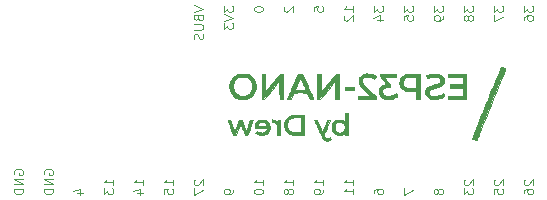
<source format=gbr>
%TF.GenerationSoftware,KiCad,Pcbnew,(5.1.10-1-10_14)*%
%TF.CreationDate,2021-10-24T23:06:49+08:00*%
%TF.ProjectId,esp32-nano,65737033-322d-46e6-916e-6f2e6b696361,1.0*%
%TF.SameCoordinates,Original*%
%TF.FileFunction,Legend,Bot*%
%TF.FilePolarity,Positive*%
%FSLAX46Y46*%
G04 Gerber Fmt 4.6, Leading zero omitted, Abs format (unit mm)*
G04 Created by KiCad (PCBNEW (5.1.10-1-10_14)) date 2021-10-24 23:06:49*
%MOMM*%
%LPD*%
G01*
G04 APERTURE LIST*
%ADD10C,0.120000*%
%ADD11C,0.010000*%
G04 APERTURE END LIST*
D10*
X29826000Y-42316476D02*
X29787904Y-42240285D01*
X29787904Y-42126000D01*
X29826000Y-42011714D01*
X29902190Y-41935523D01*
X29978380Y-41897428D01*
X30130761Y-41859333D01*
X30245047Y-41859333D01*
X30397428Y-41897428D01*
X30473619Y-41935523D01*
X30549809Y-42011714D01*
X30587904Y-42126000D01*
X30587904Y-42202190D01*
X30549809Y-42316476D01*
X30511714Y-42354571D01*
X30245047Y-42354571D01*
X30245047Y-42202190D01*
X30587904Y-42697428D02*
X29787904Y-42697428D01*
X30587904Y-43154571D01*
X29787904Y-43154571D01*
X30587904Y-43535523D02*
X29787904Y-43535523D01*
X29787904Y-43726000D01*
X29826000Y-43840285D01*
X29902190Y-43916476D01*
X29978380Y-43954571D01*
X30130761Y-43992666D01*
X30245047Y-43992666D01*
X30397428Y-43954571D01*
X30473619Y-43916476D01*
X30549809Y-43840285D01*
X30587904Y-43726000D01*
X30587904Y-43535523D01*
X70427904Y-28054380D02*
X70427904Y-28549619D01*
X70732666Y-28282952D01*
X70732666Y-28397238D01*
X70770761Y-28473428D01*
X70808857Y-28511523D01*
X70885047Y-28549619D01*
X71075523Y-28549619D01*
X71151714Y-28511523D01*
X71189809Y-28473428D01*
X71227904Y-28397238D01*
X71227904Y-28168666D01*
X71189809Y-28092476D01*
X71151714Y-28054380D01*
X70427904Y-28816285D02*
X70427904Y-29349619D01*
X71227904Y-29006761D01*
X67887904Y-28054380D02*
X67887904Y-28549619D01*
X68192666Y-28282952D01*
X68192666Y-28397238D01*
X68230761Y-28473428D01*
X68268857Y-28511523D01*
X68345047Y-28549619D01*
X68535523Y-28549619D01*
X68611714Y-28511523D01*
X68649809Y-28473428D01*
X68687904Y-28397238D01*
X68687904Y-28168666D01*
X68649809Y-28092476D01*
X68611714Y-28054380D01*
X68230761Y-29006761D02*
X68192666Y-28930571D01*
X68154571Y-28892476D01*
X68078380Y-28854380D01*
X68040285Y-28854380D01*
X67964095Y-28892476D01*
X67926000Y-28930571D01*
X67887904Y-29006761D01*
X67887904Y-29159142D01*
X67926000Y-29235333D01*
X67964095Y-29273428D01*
X68040285Y-29311523D01*
X68078380Y-29311523D01*
X68154571Y-29273428D01*
X68192666Y-29235333D01*
X68230761Y-29159142D01*
X68230761Y-29006761D01*
X68268857Y-28930571D01*
X68306952Y-28892476D01*
X68383142Y-28854380D01*
X68535523Y-28854380D01*
X68611714Y-28892476D01*
X68649809Y-28930571D01*
X68687904Y-29006761D01*
X68687904Y-29159142D01*
X68649809Y-29235333D01*
X68611714Y-29273428D01*
X68535523Y-29311523D01*
X68383142Y-29311523D01*
X68306952Y-29273428D01*
X68268857Y-29235333D01*
X68230761Y-29159142D01*
X65347904Y-28054380D02*
X65347904Y-28549619D01*
X65652666Y-28282952D01*
X65652666Y-28397238D01*
X65690761Y-28473428D01*
X65728857Y-28511523D01*
X65805047Y-28549619D01*
X65995523Y-28549619D01*
X66071714Y-28511523D01*
X66109809Y-28473428D01*
X66147904Y-28397238D01*
X66147904Y-28168666D01*
X66109809Y-28092476D01*
X66071714Y-28054380D01*
X66147904Y-28930571D02*
X66147904Y-29082952D01*
X66109809Y-29159142D01*
X66071714Y-29197238D01*
X65957428Y-29273428D01*
X65805047Y-29311523D01*
X65500285Y-29311523D01*
X65424095Y-29273428D01*
X65386000Y-29235333D01*
X65347904Y-29159142D01*
X65347904Y-29006761D01*
X65386000Y-28930571D01*
X65424095Y-28892476D01*
X65500285Y-28854380D01*
X65690761Y-28854380D01*
X65766952Y-28892476D01*
X65805047Y-28930571D01*
X65843142Y-29006761D01*
X65843142Y-29159142D01*
X65805047Y-29235333D01*
X65766952Y-29273428D01*
X65690761Y-29311523D01*
X62807904Y-28054380D02*
X62807904Y-28549619D01*
X63112666Y-28282952D01*
X63112666Y-28397238D01*
X63150761Y-28473428D01*
X63188857Y-28511523D01*
X63265047Y-28549619D01*
X63455523Y-28549619D01*
X63531714Y-28511523D01*
X63569809Y-28473428D01*
X63607904Y-28397238D01*
X63607904Y-28168666D01*
X63569809Y-28092476D01*
X63531714Y-28054380D01*
X62807904Y-29273428D02*
X62807904Y-28892476D01*
X63188857Y-28854380D01*
X63150761Y-28892476D01*
X63112666Y-28968666D01*
X63112666Y-29159142D01*
X63150761Y-29235333D01*
X63188857Y-29273428D01*
X63265047Y-29311523D01*
X63455523Y-29311523D01*
X63531714Y-29273428D01*
X63569809Y-29235333D01*
X63607904Y-29159142D01*
X63607904Y-28968666D01*
X63569809Y-28892476D01*
X63531714Y-28854380D01*
X60267904Y-28054380D02*
X60267904Y-28549619D01*
X60572666Y-28282952D01*
X60572666Y-28397238D01*
X60610761Y-28473428D01*
X60648857Y-28511523D01*
X60725047Y-28549619D01*
X60915523Y-28549619D01*
X60991714Y-28511523D01*
X61029809Y-28473428D01*
X61067904Y-28397238D01*
X61067904Y-28168666D01*
X61029809Y-28092476D01*
X60991714Y-28054380D01*
X60534571Y-29235333D02*
X61067904Y-29235333D01*
X60229809Y-29044857D02*
X60801238Y-28854380D01*
X60801238Y-29349619D01*
X58527904Y-28549619D02*
X58527904Y-28092476D01*
X58527904Y-28321047D02*
X57727904Y-28321047D01*
X57842190Y-28244857D01*
X57918380Y-28168666D01*
X57956476Y-28092476D01*
X57804095Y-28854380D02*
X57766000Y-28892476D01*
X57727904Y-28968666D01*
X57727904Y-29159142D01*
X57766000Y-29235333D01*
X57804095Y-29273428D01*
X57880285Y-29311523D01*
X57956476Y-29311523D01*
X58070761Y-29273428D01*
X58527904Y-28816285D01*
X58527904Y-29311523D01*
X55187904Y-28511524D02*
X55187904Y-28130571D01*
X55568857Y-28092476D01*
X55530761Y-28130571D01*
X55492666Y-28206762D01*
X55492666Y-28397238D01*
X55530761Y-28473428D01*
X55568857Y-28511524D01*
X55645047Y-28549619D01*
X55835523Y-28549619D01*
X55911714Y-28511524D01*
X55949809Y-28473428D01*
X55987904Y-28397238D01*
X55987904Y-28206762D01*
X55949809Y-28130571D01*
X55911714Y-28092476D01*
X52724095Y-28092476D02*
X52686000Y-28130571D01*
X52647904Y-28206762D01*
X52647904Y-28397238D01*
X52686000Y-28473428D01*
X52724095Y-28511524D01*
X52800285Y-28549619D01*
X52876476Y-28549619D01*
X52990761Y-28511524D01*
X53447904Y-28054381D01*
X53447904Y-28549619D01*
X50107904Y-28282952D02*
X50107904Y-28359143D01*
X50146000Y-28435333D01*
X50184095Y-28473428D01*
X50260285Y-28511524D01*
X50412666Y-28549619D01*
X50603142Y-28549619D01*
X50755523Y-28511524D01*
X50831714Y-28473428D01*
X50869809Y-28435333D01*
X50907904Y-28359143D01*
X50907904Y-28282952D01*
X50869809Y-28206762D01*
X50831714Y-28168667D01*
X50755523Y-28130571D01*
X50603142Y-28092476D01*
X50412666Y-28092476D01*
X50260285Y-28130571D01*
X50184095Y-28168667D01*
X50146000Y-28206762D01*
X50107904Y-28282952D01*
X47567904Y-28054380D02*
X47567904Y-28549618D01*
X47872666Y-28282952D01*
X47872666Y-28397237D01*
X47910761Y-28473428D01*
X47948857Y-28511523D01*
X48025047Y-28549618D01*
X48215523Y-28549618D01*
X48291714Y-28511523D01*
X48329809Y-28473428D01*
X48367904Y-28397237D01*
X48367904Y-28168666D01*
X48329809Y-28092476D01*
X48291714Y-28054380D01*
X47567904Y-28778190D02*
X48367904Y-29044857D01*
X47567904Y-29311523D01*
X47567904Y-29501999D02*
X47567904Y-29997237D01*
X47872666Y-29730571D01*
X47872666Y-29844857D01*
X47910761Y-29921047D01*
X47948857Y-29959142D01*
X48025047Y-29997237D01*
X48215523Y-29997237D01*
X48291714Y-29959142D01*
X48329809Y-29921047D01*
X48367904Y-29844857D01*
X48367904Y-29616285D01*
X48329809Y-29540095D01*
X48291714Y-29501999D01*
X45027904Y-28016285D02*
X45827904Y-28282952D01*
X45027904Y-28549618D01*
X45408857Y-29082952D02*
X45446952Y-29197237D01*
X45485047Y-29235332D01*
X45561238Y-29273428D01*
X45675523Y-29273428D01*
X45751714Y-29235332D01*
X45789809Y-29197237D01*
X45827904Y-29121047D01*
X45827904Y-28816285D01*
X45027904Y-28816285D01*
X45027904Y-29082952D01*
X45066000Y-29159142D01*
X45104095Y-29197237D01*
X45180285Y-29235332D01*
X45256476Y-29235332D01*
X45332666Y-29197237D01*
X45370761Y-29159142D01*
X45408857Y-29082952D01*
X45408857Y-28816285D01*
X45027904Y-29616285D02*
X45675523Y-29616285D01*
X45751714Y-29654380D01*
X45789809Y-29692475D01*
X45827904Y-29768666D01*
X45827904Y-29921047D01*
X45789809Y-29997237D01*
X45751714Y-30035332D01*
X45675523Y-30073428D01*
X45027904Y-30073428D01*
X45789809Y-30416285D02*
X45827904Y-30530571D01*
X45827904Y-30721047D01*
X45789809Y-30797237D01*
X45751714Y-30835332D01*
X45675523Y-30873428D01*
X45599333Y-30873428D01*
X45523142Y-30835332D01*
X45485047Y-30797237D01*
X45446952Y-30721047D01*
X45408857Y-30568666D01*
X45370761Y-30492475D01*
X45332666Y-30454380D01*
X45256476Y-30416285D01*
X45180285Y-30416285D01*
X45104095Y-30454380D01*
X45066000Y-30492475D01*
X45027904Y-30568666D01*
X45027904Y-30759142D01*
X45066000Y-30873428D01*
X72967904Y-28054380D02*
X72967904Y-28549619D01*
X73272666Y-28282952D01*
X73272666Y-28397238D01*
X73310761Y-28473428D01*
X73348857Y-28511523D01*
X73425047Y-28549619D01*
X73615523Y-28549619D01*
X73691714Y-28511523D01*
X73729809Y-28473428D01*
X73767904Y-28397238D01*
X73767904Y-28168666D01*
X73729809Y-28092476D01*
X73691714Y-28054380D01*
X72967904Y-29235333D02*
X72967904Y-29082952D01*
X73006000Y-29006761D01*
X73044095Y-28968666D01*
X73158380Y-28892476D01*
X73310761Y-28854380D01*
X73615523Y-28854380D01*
X73691714Y-28892476D01*
X73729809Y-28930571D01*
X73767904Y-29006761D01*
X73767904Y-29159142D01*
X73729809Y-29235333D01*
X73691714Y-29273428D01*
X73615523Y-29311523D01*
X73425047Y-29311523D01*
X73348857Y-29273428D01*
X73310761Y-29235333D01*
X73272666Y-29159142D01*
X73272666Y-29006761D01*
X73310761Y-28930571D01*
X73348857Y-28892476D01*
X73425047Y-28854380D01*
X32366000Y-42316476D02*
X32327904Y-42240285D01*
X32327904Y-42126000D01*
X32366000Y-42011714D01*
X32442190Y-41935523D01*
X32518380Y-41897428D01*
X32670761Y-41859333D01*
X32785047Y-41859333D01*
X32937428Y-41897428D01*
X33013619Y-41935523D01*
X33089809Y-42011714D01*
X33127904Y-42126000D01*
X33127904Y-42202190D01*
X33089809Y-42316476D01*
X33051714Y-42354571D01*
X32785047Y-42354571D01*
X32785047Y-42202190D01*
X33127904Y-42697428D02*
X32327904Y-42697428D01*
X33127904Y-43154571D01*
X32327904Y-43154571D01*
X33127904Y-43535523D02*
X32327904Y-43535523D01*
X32327904Y-43726000D01*
X32366000Y-43840285D01*
X32442190Y-43916476D01*
X32518380Y-43954571D01*
X32670761Y-43992666D01*
X32785047Y-43992666D01*
X32937428Y-43954571D01*
X33013619Y-43916476D01*
X33089809Y-43840285D01*
X33127904Y-43726000D01*
X33127904Y-43535523D01*
X35134571Y-43916475D02*
X35667904Y-43916475D01*
X34829809Y-43725999D02*
X35401238Y-43535523D01*
X35401238Y-44030761D01*
X38207904Y-43230761D02*
X38207904Y-42773618D01*
X38207904Y-43002189D02*
X37407904Y-43002189D01*
X37522190Y-42925999D01*
X37598380Y-42849808D01*
X37636476Y-42773618D01*
X37407904Y-43497427D02*
X37407904Y-43992665D01*
X37712666Y-43725999D01*
X37712666Y-43840284D01*
X37750761Y-43916475D01*
X37788857Y-43954570D01*
X37865047Y-43992665D01*
X38055523Y-43992665D01*
X38131714Y-43954570D01*
X38169809Y-43916475D01*
X38207904Y-43840284D01*
X38207904Y-43611713D01*
X38169809Y-43535522D01*
X38131714Y-43497427D01*
X40747904Y-43230761D02*
X40747904Y-42773618D01*
X40747904Y-43002189D02*
X39947904Y-43002189D01*
X40062190Y-42925999D01*
X40138380Y-42849808D01*
X40176476Y-42773618D01*
X40214571Y-43916475D02*
X40747904Y-43916475D01*
X39909809Y-43725999D02*
X40481238Y-43535522D01*
X40481238Y-44030761D01*
X43287904Y-43230761D02*
X43287904Y-42773618D01*
X43287904Y-43002189D02*
X42487904Y-43002189D01*
X42602190Y-42925999D01*
X42678380Y-42849808D01*
X42716476Y-42773618D01*
X42487904Y-43954570D02*
X42487904Y-43573618D01*
X42868857Y-43535522D01*
X42830761Y-43573618D01*
X42792666Y-43649808D01*
X42792666Y-43840284D01*
X42830761Y-43916475D01*
X42868857Y-43954570D01*
X42945047Y-43992665D01*
X43135523Y-43992665D01*
X43211714Y-43954570D01*
X43249809Y-43916475D01*
X43287904Y-43840284D01*
X43287904Y-43649808D01*
X43249809Y-43573618D01*
X43211714Y-43535522D01*
X45104095Y-42773618D02*
X45066000Y-42811713D01*
X45027904Y-42887903D01*
X45027904Y-43078380D01*
X45066000Y-43154570D01*
X45104095Y-43192665D01*
X45180285Y-43230761D01*
X45256476Y-43230761D01*
X45370761Y-43192665D01*
X45827904Y-42735522D01*
X45827904Y-43230761D01*
X45027904Y-43497427D02*
X45027904Y-44030761D01*
X45827904Y-43687903D01*
X48367904Y-43611714D02*
X48367904Y-43764095D01*
X48329809Y-43840285D01*
X48291714Y-43878380D01*
X48177428Y-43954571D01*
X48025047Y-43992666D01*
X47720285Y-43992666D01*
X47644095Y-43954571D01*
X47606000Y-43916475D01*
X47567904Y-43840285D01*
X47567904Y-43687904D01*
X47606000Y-43611714D01*
X47644095Y-43573618D01*
X47720285Y-43535523D01*
X47910761Y-43535523D01*
X47986952Y-43573618D01*
X48025047Y-43611714D01*
X48063142Y-43687904D01*
X48063142Y-43840285D01*
X48025047Y-43916475D01*
X47986952Y-43954571D01*
X47910761Y-43992666D01*
X50907904Y-43230761D02*
X50907904Y-42773618D01*
X50907904Y-43002189D02*
X50107904Y-43002189D01*
X50222190Y-42925999D01*
X50298380Y-42849808D01*
X50336476Y-42773618D01*
X50107904Y-43725999D02*
X50107904Y-43802189D01*
X50146000Y-43878380D01*
X50184095Y-43916475D01*
X50260285Y-43954570D01*
X50412666Y-43992665D01*
X50603142Y-43992665D01*
X50755523Y-43954570D01*
X50831714Y-43916475D01*
X50869809Y-43878380D01*
X50907904Y-43802189D01*
X50907904Y-43725999D01*
X50869809Y-43649808D01*
X50831714Y-43611713D01*
X50755523Y-43573618D01*
X50603142Y-43535522D01*
X50412666Y-43535522D01*
X50260285Y-43573618D01*
X50184095Y-43611713D01*
X50146000Y-43649808D01*
X50107904Y-43725999D01*
X53447904Y-43230761D02*
X53447904Y-42773618D01*
X53447904Y-43002189D02*
X52647904Y-43002189D01*
X52762190Y-42925999D01*
X52838380Y-42849808D01*
X52876476Y-42773618D01*
X52990761Y-43687903D02*
X52952666Y-43611713D01*
X52914571Y-43573618D01*
X52838380Y-43535522D01*
X52800285Y-43535522D01*
X52724095Y-43573618D01*
X52686000Y-43611713D01*
X52647904Y-43687903D01*
X52647904Y-43840284D01*
X52686000Y-43916475D01*
X52724095Y-43954570D01*
X52800285Y-43992665D01*
X52838380Y-43992665D01*
X52914571Y-43954570D01*
X52952666Y-43916475D01*
X52990761Y-43840284D01*
X52990761Y-43687903D01*
X53028857Y-43611713D01*
X53066952Y-43573618D01*
X53143142Y-43535522D01*
X53295523Y-43535522D01*
X53371714Y-43573618D01*
X53409809Y-43611713D01*
X53447904Y-43687903D01*
X53447904Y-43840284D01*
X53409809Y-43916475D01*
X53371714Y-43954570D01*
X53295523Y-43992665D01*
X53143142Y-43992665D01*
X53066952Y-43954570D01*
X53028857Y-43916475D01*
X52990761Y-43840284D01*
X55987904Y-43230761D02*
X55987904Y-42773618D01*
X55987904Y-43002189D02*
X55187904Y-43002189D01*
X55302190Y-42925999D01*
X55378380Y-42849808D01*
X55416476Y-42773618D01*
X55987904Y-43611713D02*
X55987904Y-43764094D01*
X55949809Y-43840284D01*
X55911714Y-43878380D01*
X55797428Y-43954570D01*
X55645047Y-43992665D01*
X55340285Y-43992665D01*
X55264095Y-43954570D01*
X55226000Y-43916475D01*
X55187904Y-43840284D01*
X55187904Y-43687903D01*
X55226000Y-43611713D01*
X55264095Y-43573618D01*
X55340285Y-43535522D01*
X55530761Y-43535522D01*
X55606952Y-43573618D01*
X55645047Y-43611713D01*
X55683142Y-43687903D01*
X55683142Y-43840284D01*
X55645047Y-43916475D01*
X55606952Y-43954570D01*
X55530761Y-43992665D01*
X58527904Y-43230761D02*
X58527904Y-42773618D01*
X58527904Y-43002189D02*
X57727904Y-43002189D01*
X57842190Y-42925999D01*
X57918380Y-42849808D01*
X57956476Y-42773618D01*
X58527904Y-43992665D02*
X58527904Y-43535522D01*
X58527904Y-43764094D02*
X57727904Y-43764094D01*
X57842190Y-43687903D01*
X57918380Y-43611713D01*
X57956476Y-43535522D01*
X60267904Y-43916475D02*
X60267904Y-43764095D01*
X60306000Y-43687904D01*
X60344095Y-43649809D01*
X60458380Y-43573618D01*
X60610761Y-43535523D01*
X60915523Y-43535523D01*
X60991714Y-43573618D01*
X61029809Y-43611714D01*
X61067904Y-43687904D01*
X61067904Y-43840285D01*
X61029809Y-43916475D01*
X60991714Y-43954571D01*
X60915523Y-43992666D01*
X60725047Y-43992666D01*
X60648857Y-43954571D01*
X60610761Y-43916475D01*
X60572666Y-43840285D01*
X60572666Y-43687904D01*
X60610761Y-43611714D01*
X60648857Y-43573618D01*
X60725047Y-43535523D01*
X62807904Y-43497428D02*
X62807904Y-44030761D01*
X63607904Y-43687904D01*
X65690761Y-43687904D02*
X65652666Y-43611714D01*
X65614571Y-43573618D01*
X65538380Y-43535523D01*
X65500285Y-43535523D01*
X65424095Y-43573618D01*
X65386000Y-43611714D01*
X65347904Y-43687904D01*
X65347904Y-43840285D01*
X65386000Y-43916475D01*
X65424095Y-43954571D01*
X65500285Y-43992666D01*
X65538380Y-43992666D01*
X65614571Y-43954571D01*
X65652666Y-43916475D01*
X65690761Y-43840285D01*
X65690761Y-43687904D01*
X65728857Y-43611714D01*
X65766952Y-43573618D01*
X65843142Y-43535523D01*
X65995523Y-43535523D01*
X66071714Y-43573618D01*
X66109809Y-43611714D01*
X66147904Y-43687904D01*
X66147904Y-43840285D01*
X66109809Y-43916475D01*
X66071714Y-43954571D01*
X65995523Y-43992666D01*
X65843142Y-43992666D01*
X65766952Y-43954571D01*
X65728857Y-43916475D01*
X65690761Y-43840285D01*
X67964095Y-42773618D02*
X67926000Y-42811713D01*
X67887904Y-42887903D01*
X67887904Y-43078380D01*
X67926000Y-43154570D01*
X67964095Y-43192665D01*
X68040285Y-43230761D01*
X68116476Y-43230761D01*
X68230761Y-43192665D01*
X68687904Y-42735522D01*
X68687904Y-43230761D01*
X67887904Y-43497427D02*
X67887904Y-43992665D01*
X68192666Y-43725999D01*
X68192666Y-43840284D01*
X68230761Y-43916475D01*
X68268857Y-43954570D01*
X68345047Y-43992665D01*
X68535523Y-43992665D01*
X68611714Y-43954570D01*
X68649809Y-43916475D01*
X68687904Y-43840284D01*
X68687904Y-43611713D01*
X68649809Y-43535522D01*
X68611714Y-43497427D01*
X70504095Y-42773618D02*
X70466000Y-42811713D01*
X70427904Y-42887903D01*
X70427904Y-43078380D01*
X70466000Y-43154570D01*
X70504095Y-43192665D01*
X70580285Y-43230761D01*
X70656476Y-43230761D01*
X70770761Y-43192665D01*
X71227904Y-42735522D01*
X71227904Y-43230761D01*
X70427904Y-43954570D02*
X70427904Y-43573618D01*
X70808857Y-43535522D01*
X70770761Y-43573618D01*
X70732666Y-43649808D01*
X70732666Y-43840284D01*
X70770761Y-43916475D01*
X70808857Y-43954570D01*
X70885047Y-43992665D01*
X71075523Y-43992665D01*
X71151714Y-43954570D01*
X71189809Y-43916475D01*
X71227904Y-43840284D01*
X71227904Y-43649808D01*
X71189809Y-43573618D01*
X71151714Y-43535522D01*
X73044095Y-42773618D02*
X73006000Y-42811713D01*
X72967904Y-42887903D01*
X72967904Y-43078380D01*
X73006000Y-43154570D01*
X73044095Y-43192665D01*
X73120285Y-43230761D01*
X73196476Y-43230761D01*
X73310761Y-43192665D01*
X73767904Y-42735522D01*
X73767904Y-43230761D01*
X72967904Y-43916475D02*
X72967904Y-43764094D01*
X73006000Y-43687903D01*
X73044095Y-43649808D01*
X73158380Y-43573618D01*
X73310761Y-43535522D01*
X73615523Y-43535522D01*
X73691714Y-43573618D01*
X73729809Y-43611713D01*
X73767904Y-43687903D01*
X73767904Y-43840284D01*
X73729809Y-43916475D01*
X73691714Y-43954570D01*
X73615523Y-43992665D01*
X73425047Y-43992665D01*
X73348857Y-43954570D01*
X73310761Y-43916475D01*
X73272666Y-43840284D01*
X73272666Y-43687903D01*
X73310761Y-43611713D01*
X73348857Y-43573618D01*
X73425047Y-43535522D01*
D11*
%TO.C,G\u002A\u002A\u002A*%
G36*
X56382517Y-37696894D02*
G01*
X56363080Y-37699714D01*
X56351773Y-37716555D01*
X56328898Y-37760794D01*
X56296201Y-37828689D01*
X56255429Y-37916501D01*
X56208331Y-38020487D01*
X56156654Y-38136908D01*
X56124528Y-38210366D01*
X56055671Y-38367106D01*
X55999005Y-38492650D01*
X55954366Y-38587336D01*
X55921591Y-38651500D01*
X55900516Y-38685481D01*
X55891393Y-38690497D01*
X55881334Y-38669718D01*
X55859665Y-38621802D01*
X55828140Y-38550728D01*
X55788510Y-38460478D01*
X55742529Y-38355034D01*
X55691948Y-38238378D01*
X55668871Y-38184950D01*
X55460669Y-37702350D01*
X55348459Y-37697343D01*
X55291841Y-37696237D01*
X55251512Y-37698160D01*
X55236249Y-37702662D01*
X55242909Y-37720991D01*
X55261801Y-37766537D01*
X55291296Y-37835620D01*
X55329765Y-37924555D01*
X55375580Y-38029662D01*
X55427110Y-38147259D01*
X55482726Y-38273662D01*
X55540800Y-38405190D01*
X55599702Y-38538160D01*
X55657803Y-38668892D01*
X55713474Y-38793701D01*
X55765085Y-38908907D01*
X55811008Y-39010827D01*
X55849612Y-39095779D01*
X55879270Y-39160081D01*
X55898351Y-39200050D01*
X55901624Y-39206470D01*
X55972396Y-39310073D01*
X56060856Y-39389953D01*
X56162212Y-39443653D01*
X56271675Y-39468714D01*
X56384452Y-39462680D01*
X56396183Y-39460167D01*
X56477605Y-39439906D01*
X56534204Y-39421474D01*
X56574648Y-39401672D01*
X56596970Y-39386089D01*
X56641312Y-39351209D01*
X56608303Y-39288780D01*
X56578580Y-39233852D01*
X56556626Y-39204713D01*
X56533683Y-39197589D01*
X56500994Y-39208706D01*
X56464594Y-39226857D01*
X56366385Y-39262694D01*
X56277818Y-39266298D01*
X56199698Y-39237882D01*
X56132828Y-39177659D01*
X56100701Y-39130306D01*
X56071068Y-39075987D01*
X56048280Y-39028680D01*
X56039200Y-39004770D01*
X56043585Y-38978421D01*
X56062580Y-38921759D01*
X56096106Y-38834986D01*
X56144079Y-38718303D01*
X56206419Y-38571910D01*
X56283045Y-38396009D01*
X56309518Y-38335903D01*
X56589192Y-37702350D01*
X56486004Y-37697245D01*
X56427897Y-37695697D01*
X56382517Y-37696894D01*
G37*
X56382517Y-37696894D02*
X56363080Y-37699714D01*
X56351773Y-37716555D01*
X56328898Y-37760794D01*
X56296201Y-37828689D01*
X56255429Y-37916501D01*
X56208331Y-38020487D01*
X56156654Y-38136908D01*
X56124528Y-38210366D01*
X56055671Y-38367106D01*
X55999005Y-38492650D01*
X55954366Y-38587336D01*
X55921591Y-38651500D01*
X55900516Y-38685481D01*
X55891393Y-38690497D01*
X55881334Y-38669718D01*
X55859665Y-38621802D01*
X55828140Y-38550728D01*
X55788510Y-38460478D01*
X55742529Y-38355034D01*
X55691948Y-38238378D01*
X55668871Y-38184950D01*
X55460669Y-37702350D01*
X55348459Y-37697343D01*
X55291841Y-37696237D01*
X55251512Y-37698160D01*
X55236249Y-37702662D01*
X55242909Y-37720991D01*
X55261801Y-37766537D01*
X55291296Y-37835620D01*
X55329765Y-37924555D01*
X55375580Y-38029662D01*
X55427110Y-38147259D01*
X55482726Y-38273662D01*
X55540800Y-38405190D01*
X55599702Y-38538160D01*
X55657803Y-38668892D01*
X55713474Y-38793701D01*
X55765085Y-38908907D01*
X55811008Y-39010827D01*
X55849612Y-39095779D01*
X55879270Y-39160081D01*
X55898351Y-39200050D01*
X55901624Y-39206470D01*
X55972396Y-39310073D01*
X56060856Y-39389953D01*
X56162212Y-39443653D01*
X56271675Y-39468714D01*
X56384452Y-39462680D01*
X56396183Y-39460167D01*
X56477605Y-39439906D01*
X56534204Y-39421474D01*
X56574648Y-39401672D01*
X56596970Y-39386089D01*
X56641312Y-39351209D01*
X56608303Y-39288780D01*
X56578580Y-39233852D01*
X56556626Y-39204713D01*
X56533683Y-39197589D01*
X56500994Y-39208706D01*
X56464594Y-39226857D01*
X56366385Y-39262694D01*
X56277818Y-39266298D01*
X56199698Y-39237882D01*
X56132828Y-39177659D01*
X56100701Y-39130306D01*
X56071068Y-39075987D01*
X56048280Y-39028680D01*
X56039200Y-39004770D01*
X56043585Y-38978421D01*
X56062580Y-38921759D01*
X56096106Y-38834986D01*
X56144079Y-38718303D01*
X56206419Y-38571910D01*
X56283045Y-38396009D01*
X56309518Y-38335903D01*
X56589192Y-37702350D01*
X56486004Y-37697245D01*
X56427897Y-37695697D01*
X56382517Y-37696894D01*
G36*
X71049032Y-33220643D02*
G01*
X71041593Y-33237262D01*
X71022243Y-33283440D01*
X70991731Y-33357325D01*
X70950807Y-33457064D01*
X70900219Y-33580807D01*
X70840716Y-33726699D01*
X70773048Y-33892889D01*
X70697964Y-34077524D01*
X70616213Y-34278754D01*
X70528543Y-34494724D01*
X70435705Y-34723583D01*
X70338447Y-34963479D01*
X70237517Y-35212559D01*
X70133667Y-35468971D01*
X70027643Y-35730863D01*
X69920196Y-35996383D01*
X69812075Y-36263678D01*
X69704029Y-36530896D01*
X69596806Y-36796185D01*
X69491157Y-37057693D01*
X69387829Y-37313567D01*
X69287572Y-37561956D01*
X69191136Y-37801006D01*
X69099269Y-38028866D01*
X69012721Y-38243683D01*
X68932240Y-38443605D01*
X68858576Y-38626780D01*
X68792477Y-38791356D01*
X68734693Y-38935480D01*
X68685974Y-39057300D01*
X68647067Y-39154964D01*
X68618722Y-39226620D01*
X68601689Y-39270415D01*
X68596650Y-39284475D01*
X68611148Y-39296212D01*
X68649483Y-39316756D01*
X68703914Y-39342669D01*
X68766702Y-39370516D01*
X68830106Y-39396861D01*
X68886387Y-39418268D01*
X68926857Y-39431065D01*
X68961726Y-39430116D01*
X68973793Y-39418110D01*
X69001581Y-39350128D01*
X69039951Y-39255870D01*
X69088159Y-39137184D01*
X69145457Y-38995919D01*
X69211101Y-38833923D01*
X69284343Y-38653044D01*
X69364437Y-38455132D01*
X69450639Y-38242034D01*
X69542201Y-38015599D01*
X69638377Y-37777676D01*
X69738422Y-37530113D01*
X69841589Y-37274759D01*
X69947132Y-37013461D01*
X70054306Y-36748069D01*
X70162363Y-36480432D01*
X70270559Y-36212396D01*
X70378147Y-35945812D01*
X70484380Y-35682527D01*
X70588513Y-35424391D01*
X70689800Y-35173251D01*
X70787495Y-34930955D01*
X70880851Y-34699354D01*
X70969123Y-34480294D01*
X71051564Y-34275625D01*
X71127429Y-34087195D01*
X71195971Y-33916852D01*
X71256444Y-33766445D01*
X71308102Y-33637823D01*
X71350200Y-33532833D01*
X71381990Y-33453326D01*
X71402727Y-33401148D01*
X71411665Y-33378148D01*
X71411971Y-33377212D01*
X71398918Y-33362342D01*
X71361494Y-33339551D01*
X71307288Y-33312113D01*
X71243891Y-33283303D01*
X71178895Y-33256395D01*
X71119890Y-33234664D01*
X71074466Y-33221385D01*
X71050214Y-33219832D01*
X71049032Y-33220643D01*
G37*
X71049032Y-33220643D02*
X71041593Y-33237262D01*
X71022243Y-33283440D01*
X70991731Y-33357325D01*
X70950807Y-33457064D01*
X70900219Y-33580807D01*
X70840716Y-33726699D01*
X70773048Y-33892889D01*
X70697964Y-34077524D01*
X70616213Y-34278754D01*
X70528543Y-34494724D01*
X70435705Y-34723583D01*
X70338447Y-34963479D01*
X70237517Y-35212559D01*
X70133667Y-35468971D01*
X70027643Y-35730863D01*
X69920196Y-35996383D01*
X69812075Y-36263678D01*
X69704029Y-36530896D01*
X69596806Y-36796185D01*
X69491157Y-37057693D01*
X69387829Y-37313567D01*
X69287572Y-37561956D01*
X69191136Y-37801006D01*
X69099269Y-38028866D01*
X69012721Y-38243683D01*
X68932240Y-38443605D01*
X68858576Y-38626780D01*
X68792477Y-38791356D01*
X68734693Y-38935480D01*
X68685974Y-39057300D01*
X68647067Y-39154964D01*
X68618722Y-39226620D01*
X68601689Y-39270415D01*
X68596650Y-39284475D01*
X68611148Y-39296212D01*
X68649483Y-39316756D01*
X68703914Y-39342669D01*
X68766702Y-39370516D01*
X68830106Y-39396861D01*
X68886387Y-39418268D01*
X68926857Y-39431065D01*
X68961726Y-39430116D01*
X68973793Y-39418110D01*
X69001581Y-39350128D01*
X69039951Y-39255870D01*
X69088159Y-39137184D01*
X69145457Y-38995919D01*
X69211101Y-38833923D01*
X69284343Y-38653044D01*
X69364437Y-38455132D01*
X69450639Y-38242034D01*
X69542201Y-38015599D01*
X69638377Y-37777676D01*
X69738422Y-37530113D01*
X69841589Y-37274759D01*
X69947132Y-37013461D01*
X70054306Y-36748069D01*
X70162363Y-36480432D01*
X70270559Y-36212396D01*
X70378147Y-35945812D01*
X70484380Y-35682527D01*
X70588513Y-35424391D01*
X70689800Y-35173251D01*
X70787495Y-34930955D01*
X70880851Y-34699354D01*
X70969123Y-34480294D01*
X71051564Y-34275625D01*
X71127429Y-34087195D01*
X71195971Y-33916852D01*
X71256444Y-33766445D01*
X71308102Y-33637823D01*
X71350200Y-33532833D01*
X71381990Y-33453326D01*
X71402727Y-33401148D01*
X71411665Y-33378148D01*
X71411971Y-33377212D01*
X71398918Y-33362342D01*
X71361494Y-33339551D01*
X71307288Y-33312113D01*
X71243891Y-33283303D01*
X71178895Y-33256395D01*
X71119890Y-33234664D01*
X71074466Y-33221385D01*
X71050214Y-33219832D01*
X71049032Y-33220643D01*
G36*
X57810116Y-37887023D02*
G01*
X57746616Y-37825155D01*
X57648375Y-37751966D01*
X57534484Y-37704552D01*
X57410508Y-37682291D01*
X57282012Y-37684560D01*
X57154561Y-37710735D01*
X57033719Y-37760193D01*
X56925051Y-37832310D01*
X56834122Y-37926465D01*
X56833387Y-37927430D01*
X56767058Y-38041302D01*
X56726270Y-38170135D01*
X56710582Y-38307298D01*
X56719553Y-38446159D01*
X56752744Y-38580088D01*
X56809713Y-38702454D01*
X56890020Y-38806626D01*
X56891913Y-38808530D01*
X56991308Y-38886299D01*
X57110526Y-38944877D01*
X57240723Y-38981920D01*
X57373050Y-38995083D01*
X57498662Y-38982022D01*
X57523087Y-38975806D01*
X57633363Y-38931111D01*
X57728430Y-38866537D01*
X57758323Y-38837940D01*
X57789247Y-38808879D01*
X57811344Y-38794797D01*
X57813068Y-38794550D01*
X57820726Y-38809864D01*
X57825804Y-38849367D01*
X57827050Y-38887683D01*
X57827050Y-38980816D01*
X58047183Y-38980816D01*
X58047183Y-38350054D01*
X57807791Y-38350054D01*
X57806759Y-38370845D01*
X57784311Y-38495756D01*
X57734503Y-38602342D01*
X57659224Y-38688239D01*
X57560365Y-38751084D01*
X57479916Y-38779633D01*
X57408901Y-38787663D01*
X57323805Y-38782379D01*
X57240803Y-38765681D01*
X57186341Y-38745157D01*
X57092753Y-38679328D01*
X57020308Y-38591250D01*
X56971177Y-38486729D01*
X56947534Y-38371570D01*
X56951553Y-38251580D01*
X56971176Y-38170246D01*
X57020595Y-38070165D01*
X57092061Y-37990698D01*
X57180078Y-37932750D01*
X57279153Y-37897225D01*
X57383791Y-37885027D01*
X57488497Y-37897061D01*
X57587779Y-37934232D01*
X57676140Y-37997442D01*
X57720599Y-38046886D01*
X57773712Y-38135714D01*
X57802044Y-38234020D01*
X57807791Y-38350054D01*
X58047183Y-38350054D01*
X58047183Y-37168950D01*
X57810116Y-37168950D01*
X57810116Y-37887023D01*
G37*
X57810116Y-37887023D02*
X57746616Y-37825155D01*
X57648375Y-37751966D01*
X57534484Y-37704552D01*
X57410508Y-37682291D01*
X57282012Y-37684560D01*
X57154561Y-37710735D01*
X57033719Y-37760193D01*
X56925051Y-37832310D01*
X56834122Y-37926465D01*
X56833387Y-37927430D01*
X56767058Y-38041302D01*
X56726270Y-38170135D01*
X56710582Y-38307298D01*
X56719553Y-38446159D01*
X56752744Y-38580088D01*
X56809713Y-38702454D01*
X56890020Y-38806626D01*
X56891913Y-38808530D01*
X56991308Y-38886299D01*
X57110526Y-38944877D01*
X57240723Y-38981920D01*
X57373050Y-38995083D01*
X57498662Y-38982022D01*
X57523087Y-38975806D01*
X57633363Y-38931111D01*
X57728430Y-38866537D01*
X57758323Y-38837940D01*
X57789247Y-38808879D01*
X57811344Y-38794797D01*
X57813068Y-38794550D01*
X57820726Y-38809864D01*
X57825804Y-38849367D01*
X57827050Y-38887683D01*
X57827050Y-38980816D01*
X58047183Y-38980816D01*
X58047183Y-38350054D01*
X57807791Y-38350054D01*
X57806759Y-38370845D01*
X57784311Y-38495756D01*
X57734503Y-38602342D01*
X57659224Y-38688239D01*
X57560365Y-38751084D01*
X57479916Y-38779633D01*
X57408901Y-38787663D01*
X57323805Y-38782379D01*
X57240803Y-38765681D01*
X57186341Y-38745157D01*
X57092753Y-38679328D01*
X57020308Y-38591250D01*
X56971177Y-38486729D01*
X56947534Y-38371570D01*
X56951553Y-38251580D01*
X56971176Y-38170246D01*
X57020595Y-38070165D01*
X57092061Y-37990698D01*
X57180078Y-37932750D01*
X57279153Y-37897225D01*
X57383791Y-37885027D01*
X57488497Y-37897061D01*
X57587779Y-37934232D01*
X57676140Y-37997442D01*
X57720599Y-38046886D01*
X57773712Y-38135714D01*
X57802044Y-38234020D01*
X57807791Y-38350054D01*
X58047183Y-38350054D01*
X58047183Y-37168950D01*
X57810116Y-37168950D01*
X57810116Y-37887023D01*
G36*
X50724677Y-37686708D02*
G01*
X50664166Y-37691432D01*
X50615820Y-37701515D01*
X50568811Y-37718796D01*
X50542750Y-37730557D01*
X50419661Y-37806040D01*
X50318936Y-37905110D01*
X50242870Y-38024069D01*
X50193760Y-38159224D01*
X50173902Y-38306878D01*
X50173597Y-38324650D01*
X50173183Y-38405083D01*
X50698116Y-38405083D01*
X50827556Y-38405476D01*
X50945393Y-38406590D01*
X51047558Y-38408327D01*
X51129979Y-38410587D01*
X51188585Y-38413272D01*
X51219307Y-38416285D01*
X51222955Y-38417783D01*
X51209311Y-38482619D01*
X51173569Y-38556294D01*
X51122231Y-38629514D01*
X51061802Y-38692987D01*
X50999551Y-38737024D01*
X50897310Y-38773336D01*
X50782835Y-38786766D01*
X50666032Y-38778052D01*
X50556808Y-38747932D01*
X50465155Y-38697210D01*
X50386410Y-38637102D01*
X50321610Y-38710123D01*
X50256809Y-38783144D01*
X50299233Y-38827425D01*
X50381025Y-38891265D01*
X50486752Y-38941147D01*
X50608724Y-38975237D01*
X50739253Y-38991701D01*
X50870652Y-38988704D01*
X50935183Y-38979158D01*
X51073053Y-38936136D01*
X51193670Y-38866590D01*
X51294609Y-38774446D01*
X51373445Y-38663628D01*
X51427753Y-38538060D01*
X51455106Y-38401668D01*
X51453081Y-38258376D01*
X51444388Y-38212136D01*
X51222748Y-38212136D01*
X51213944Y-38230120D01*
X51188577Y-38241860D01*
X51143353Y-38248671D01*
X51074977Y-38251871D01*
X50980153Y-38252775D01*
X50855586Y-38252701D01*
X50819472Y-38252683D01*
X50705913Y-38252280D01*
X50603875Y-38251148D01*
X50518158Y-38249404D01*
X50453558Y-38247163D01*
X50414874Y-38244542D01*
X50405881Y-38242670D01*
X50403048Y-38219058D01*
X50413047Y-38175660D01*
X50432316Y-38122325D01*
X50457295Y-38068900D01*
X50484424Y-38025234D01*
X50484549Y-38025070D01*
X50554937Y-37959031D01*
X50646937Y-37911616D01*
X50752544Y-37885021D01*
X50863754Y-37881442D01*
X50952116Y-37896830D01*
X51030482Y-37933686D01*
X51104433Y-37995421D01*
X51164538Y-38073419D01*
X51182735Y-38107550D01*
X51203848Y-38152167D01*
X51218284Y-38186590D01*
X51222748Y-38212136D01*
X51444388Y-38212136D01*
X51436172Y-38168434D01*
X51385685Y-38026604D01*
X51312426Y-37909177D01*
X51214690Y-37814041D01*
X51090772Y-37739084D01*
X51089083Y-37738281D01*
X51033663Y-37713465D01*
X50987138Y-37697893D01*
X50938273Y-37689456D01*
X50875831Y-37686041D01*
X50808183Y-37685507D01*
X50724677Y-37686708D01*
G37*
X50724677Y-37686708D02*
X50664166Y-37691432D01*
X50615820Y-37701515D01*
X50568811Y-37718796D01*
X50542750Y-37730557D01*
X50419661Y-37806040D01*
X50318936Y-37905110D01*
X50242870Y-38024069D01*
X50193760Y-38159224D01*
X50173902Y-38306878D01*
X50173597Y-38324650D01*
X50173183Y-38405083D01*
X50698116Y-38405083D01*
X50827556Y-38405476D01*
X50945393Y-38406590D01*
X51047558Y-38408327D01*
X51129979Y-38410587D01*
X51188585Y-38413272D01*
X51219307Y-38416285D01*
X51222955Y-38417783D01*
X51209311Y-38482619D01*
X51173569Y-38556294D01*
X51122231Y-38629514D01*
X51061802Y-38692987D01*
X50999551Y-38737024D01*
X50897310Y-38773336D01*
X50782835Y-38786766D01*
X50666032Y-38778052D01*
X50556808Y-38747932D01*
X50465155Y-38697210D01*
X50386410Y-38637102D01*
X50321610Y-38710123D01*
X50256809Y-38783144D01*
X50299233Y-38827425D01*
X50381025Y-38891265D01*
X50486752Y-38941147D01*
X50608724Y-38975237D01*
X50739253Y-38991701D01*
X50870652Y-38988704D01*
X50935183Y-38979158D01*
X51073053Y-38936136D01*
X51193670Y-38866590D01*
X51294609Y-38774446D01*
X51373445Y-38663628D01*
X51427753Y-38538060D01*
X51455106Y-38401668D01*
X51453081Y-38258376D01*
X51444388Y-38212136D01*
X51222748Y-38212136D01*
X51213944Y-38230120D01*
X51188577Y-38241860D01*
X51143353Y-38248671D01*
X51074977Y-38251871D01*
X50980153Y-38252775D01*
X50855586Y-38252701D01*
X50819472Y-38252683D01*
X50705913Y-38252280D01*
X50603875Y-38251148D01*
X50518158Y-38249404D01*
X50453558Y-38247163D01*
X50414874Y-38244542D01*
X50405881Y-38242670D01*
X50403048Y-38219058D01*
X50413047Y-38175660D01*
X50432316Y-38122325D01*
X50457295Y-38068900D01*
X50484424Y-38025234D01*
X50484549Y-38025070D01*
X50554937Y-37959031D01*
X50646937Y-37911616D01*
X50752544Y-37885021D01*
X50863754Y-37881442D01*
X50952116Y-37896830D01*
X51030482Y-37933686D01*
X51104433Y-37995421D01*
X51164538Y-38073419D01*
X51182735Y-38107550D01*
X51203848Y-38152167D01*
X51218284Y-38186590D01*
X51222748Y-38212136D01*
X51444388Y-38212136D01*
X51436172Y-38168434D01*
X51385685Y-38026604D01*
X51312426Y-37909177D01*
X51214690Y-37814041D01*
X51090772Y-37739084D01*
X51089083Y-37738281D01*
X51033663Y-37713465D01*
X50987138Y-37697893D01*
X50938273Y-37689456D01*
X50875831Y-37686041D01*
X50808183Y-37685507D01*
X50724677Y-37686708D01*
G36*
X53860416Y-37275144D02*
G01*
X53706838Y-37278364D01*
X53583318Y-37282183D01*
X53486048Y-37286840D01*
X53411221Y-37292572D01*
X53355030Y-37299620D01*
X53313668Y-37308221D01*
X53308067Y-37309788D01*
X53144544Y-37373044D01*
X53002481Y-37460306D01*
X52883871Y-37569570D01*
X52790709Y-37698830D01*
X52724989Y-37846083D01*
X52705390Y-37915592D01*
X52680899Y-38087240D01*
X52688134Y-38252354D01*
X52725174Y-38407913D01*
X52790103Y-38550891D01*
X52881002Y-38678267D01*
X52995951Y-38787016D01*
X53133033Y-38874115D01*
X53290330Y-38936541D01*
X53365116Y-38955342D01*
X53422048Y-38964502D01*
X53496854Y-38971417D01*
X53593321Y-38976263D01*
X53715239Y-38979219D01*
X53866394Y-38980462D01*
X53902749Y-38980522D01*
X54321849Y-38980816D01*
X54321849Y-38760683D01*
X54067849Y-38760683D01*
X53762515Y-38760683D01*
X53648059Y-38760204D01*
X53560973Y-38758396D01*
X53494768Y-38754705D01*
X53442957Y-38748575D01*
X53399051Y-38739452D01*
X53356561Y-38726780D01*
X53353286Y-38725683D01*
X53215489Y-38664308D01*
X53104266Y-38581943D01*
X53019558Y-38478519D01*
X52961308Y-38353968D01*
X52932009Y-38227687D01*
X52926877Y-38098684D01*
X52945856Y-37969390D01*
X52986335Y-37847513D01*
X53045703Y-37740765D01*
X53121347Y-37656854D01*
X53126932Y-37652239D01*
X53196456Y-37600347D01*
X53264655Y-37560533D01*
X53337474Y-37531320D01*
X53420860Y-37511228D01*
X53520759Y-37498778D01*
X53643118Y-37492493D01*
X53775749Y-37490884D01*
X54067849Y-37490683D01*
X54067849Y-38760683D01*
X54321849Y-38760683D01*
X54321849Y-37266994D01*
X53860416Y-37275144D01*
G37*
X53860416Y-37275144D02*
X53706838Y-37278364D01*
X53583318Y-37282183D01*
X53486048Y-37286840D01*
X53411221Y-37292572D01*
X53355030Y-37299620D01*
X53313668Y-37308221D01*
X53308067Y-37309788D01*
X53144544Y-37373044D01*
X53002481Y-37460306D01*
X52883871Y-37569570D01*
X52790709Y-37698830D01*
X52724989Y-37846083D01*
X52705390Y-37915592D01*
X52680899Y-38087240D01*
X52688134Y-38252354D01*
X52725174Y-38407913D01*
X52790103Y-38550891D01*
X52881002Y-38678267D01*
X52995951Y-38787016D01*
X53133033Y-38874115D01*
X53290330Y-38936541D01*
X53365116Y-38955342D01*
X53422048Y-38964502D01*
X53496854Y-38971417D01*
X53593321Y-38976263D01*
X53715239Y-38979219D01*
X53866394Y-38980462D01*
X53902749Y-38980522D01*
X54321849Y-38980816D01*
X54321849Y-38760683D01*
X54067849Y-38760683D01*
X53762515Y-38760683D01*
X53648059Y-38760204D01*
X53560973Y-38758396D01*
X53494768Y-38754705D01*
X53442957Y-38748575D01*
X53399051Y-38739452D01*
X53356561Y-38726780D01*
X53353286Y-38725683D01*
X53215489Y-38664308D01*
X53104266Y-38581943D01*
X53019558Y-38478519D01*
X52961308Y-38353968D01*
X52932009Y-38227687D01*
X52926877Y-38098684D01*
X52945856Y-37969390D01*
X52986335Y-37847513D01*
X53045703Y-37740765D01*
X53121347Y-37656854D01*
X53126932Y-37652239D01*
X53196456Y-37600347D01*
X53264655Y-37560533D01*
X53337474Y-37531320D01*
X53420860Y-37511228D01*
X53520759Y-37498778D01*
X53643118Y-37492493D01*
X53775749Y-37490884D01*
X54067849Y-37490683D01*
X54067849Y-38760683D01*
X54321849Y-38760683D01*
X54321849Y-37266994D01*
X53860416Y-37275144D01*
G36*
X51646383Y-37892420D02*
G01*
X51740769Y-37903514D01*
X51856859Y-37929656D01*
X51950320Y-37979505D01*
X52024928Y-38055563D01*
X52063502Y-38117217D01*
X52073715Y-38139699D01*
X52081644Y-38167181D01*
X52087658Y-38204269D01*
X52092125Y-38255569D01*
X52095415Y-38325686D01*
X52097897Y-38419227D01*
X52099939Y-38540796D01*
X52100457Y-38578650D01*
X52105798Y-38980816D01*
X52340649Y-38980816D01*
X52340649Y-37693883D01*
X52120516Y-37693883D01*
X52120516Y-37904799D01*
X52069371Y-37842751D01*
X51999928Y-37780372D01*
X51907817Y-37729066D01*
X51803729Y-37694062D01*
X51743749Y-37683478D01*
X51646383Y-37672287D01*
X51646383Y-37892420D01*
G37*
X51646383Y-37892420D02*
X51740769Y-37903514D01*
X51856859Y-37929656D01*
X51950320Y-37979505D01*
X52024928Y-38055563D01*
X52063502Y-38117217D01*
X52073715Y-38139699D01*
X52081644Y-38167181D01*
X52087658Y-38204269D01*
X52092125Y-38255569D01*
X52095415Y-38325686D01*
X52097897Y-38419227D01*
X52099939Y-38540796D01*
X52100457Y-38578650D01*
X52105798Y-38980816D01*
X52340649Y-38980816D01*
X52340649Y-37693883D01*
X52120516Y-37693883D01*
X52120516Y-37904799D01*
X52069371Y-37842751D01*
X51999928Y-37780372D01*
X51907817Y-37729066D01*
X51803729Y-37694062D01*
X51743749Y-37683478D01*
X51646383Y-37672287D01*
X51646383Y-37892420D01*
G36*
X49830416Y-37702350D02*
G01*
X49654416Y-38184950D01*
X49610008Y-38306696D01*
X49569086Y-38418839D01*
X49533164Y-38517235D01*
X49503755Y-38597742D01*
X49482371Y-38656217D01*
X49470527Y-38688516D01*
X49468885Y-38692950D01*
X49460877Y-38683996D01*
X49442592Y-38646789D01*
X49415498Y-38584844D01*
X49381061Y-38501673D01*
X49340748Y-38400790D01*
X49296028Y-38285706D01*
X49267330Y-38210350D01*
X49075307Y-37702350D01*
X48866889Y-37702350D01*
X48682319Y-38199989D01*
X48636759Y-38322476D01*
X48594862Y-38434443D01*
X48558095Y-38532021D01*
X48527926Y-38611343D01*
X48505821Y-38668538D01*
X48493249Y-38699738D01*
X48491008Y-38704369D01*
X48483516Y-38691137D01*
X48466088Y-38650364D01*
X48440413Y-38586317D01*
X48408181Y-38503265D01*
X48371080Y-38405475D01*
X48344301Y-38333730D01*
X48301405Y-38218227D01*
X48259263Y-38105035D01*
X48220352Y-38000786D01*
X48187149Y-37912112D01*
X48162131Y-37845646D01*
X48154343Y-37825117D01*
X48104352Y-37693883D01*
X48004234Y-37693883D01*
X47951159Y-37695832D01*
X47914993Y-37700891D01*
X47904460Y-37706583D01*
X47910281Y-37724732D01*
X47926738Y-37771117D01*
X47952560Y-37842270D01*
X47986471Y-37934724D01*
X48027200Y-38045011D01*
X48073472Y-38169664D01*
X48124015Y-38305215D01*
X48139195Y-38345817D01*
X48373586Y-38972350D01*
X48604713Y-38972350D01*
X48783581Y-38503448D01*
X48829077Y-38384700D01*
X48870948Y-38276398D01*
X48907619Y-38182542D01*
X48937514Y-38107130D01*
X48959056Y-38054160D01*
X48970671Y-38027630D01*
X48972006Y-38025403D01*
X48980184Y-38038273D01*
X48998782Y-38079078D01*
X49026260Y-38144074D01*
X49061077Y-38229510D01*
X49101693Y-38331642D01*
X49146566Y-38446720D01*
X49166514Y-38498538D01*
X49351467Y-38980816D01*
X49576620Y-38980816D01*
X49763893Y-38477050D01*
X49812638Y-38345872D01*
X49860086Y-38218087D01*
X49904267Y-38099003D01*
X49943213Y-37993929D01*
X49974957Y-37908174D01*
X49997530Y-37847046D01*
X50002767Y-37832813D01*
X50054366Y-37692342D01*
X49830416Y-37702350D01*
G37*
X49830416Y-37702350D02*
X49654416Y-38184950D01*
X49610008Y-38306696D01*
X49569086Y-38418839D01*
X49533164Y-38517235D01*
X49503755Y-38597742D01*
X49482371Y-38656217D01*
X49470527Y-38688516D01*
X49468885Y-38692950D01*
X49460877Y-38683996D01*
X49442592Y-38646789D01*
X49415498Y-38584844D01*
X49381061Y-38501673D01*
X49340748Y-38400790D01*
X49296028Y-38285706D01*
X49267330Y-38210350D01*
X49075307Y-37702350D01*
X48866889Y-37702350D01*
X48682319Y-38199989D01*
X48636759Y-38322476D01*
X48594862Y-38434443D01*
X48558095Y-38532021D01*
X48527926Y-38611343D01*
X48505821Y-38668538D01*
X48493249Y-38699738D01*
X48491008Y-38704369D01*
X48483516Y-38691137D01*
X48466088Y-38650364D01*
X48440413Y-38586317D01*
X48408181Y-38503265D01*
X48371080Y-38405475D01*
X48344301Y-38333730D01*
X48301405Y-38218227D01*
X48259263Y-38105035D01*
X48220352Y-38000786D01*
X48187149Y-37912112D01*
X48162131Y-37845646D01*
X48154343Y-37825117D01*
X48104352Y-37693883D01*
X48004234Y-37693883D01*
X47951159Y-37695832D01*
X47914993Y-37700891D01*
X47904460Y-37706583D01*
X47910281Y-37724732D01*
X47926738Y-37771117D01*
X47952560Y-37842270D01*
X47986471Y-37934724D01*
X48027200Y-38045011D01*
X48073472Y-38169664D01*
X48124015Y-38305215D01*
X48139195Y-38345817D01*
X48373586Y-38972350D01*
X48604713Y-38972350D01*
X48783581Y-38503448D01*
X48829077Y-38384700D01*
X48870948Y-38276398D01*
X48907619Y-38182542D01*
X48937514Y-38107130D01*
X48959056Y-38054160D01*
X48970671Y-38027630D01*
X48972006Y-38025403D01*
X48980184Y-38038273D01*
X48998782Y-38079078D01*
X49026260Y-38144074D01*
X49061077Y-38229510D01*
X49101693Y-38331642D01*
X49146566Y-38446720D01*
X49166514Y-38498538D01*
X49351467Y-38980816D01*
X49576620Y-38980816D01*
X49763893Y-38477050D01*
X49812638Y-38345872D01*
X49860086Y-38218087D01*
X49904267Y-38099003D01*
X49943213Y-37993929D01*
X49974957Y-37908174D01*
X49997530Y-37847046D01*
X50002767Y-37832813D01*
X50054366Y-37692342D01*
X49830416Y-37702350D01*
G36*
X65336983Y-33787065D02*
G01*
X65197658Y-33795383D01*
X65082137Y-33810576D01*
X64980687Y-33834812D01*
X64883574Y-33870258D01*
X64809824Y-33904460D01*
X64757624Y-33930812D01*
X64726160Y-33952160D01*
X64713726Y-33976211D01*
X64718613Y-34010674D01*
X64739115Y-34063255D01*
X64762740Y-34117008D01*
X64801977Y-34206199D01*
X64900146Y-34155079D01*
X65060940Y-34089152D01*
X65234515Y-34049997D01*
X65410308Y-34039855D01*
X65437961Y-34041076D01*
X65567440Y-34054834D01*
X65670190Y-34080289D01*
X65751901Y-34119335D01*
X65809025Y-34164590D01*
X65870209Y-34243642D01*
X65899230Y-34327984D01*
X65896056Y-34413489D01*
X65860656Y-34496029D01*
X65811967Y-34554442D01*
X65779634Y-34582080D01*
X65741084Y-34607292D01*
X65692161Y-34631653D01*
X65628710Y-34656734D01*
X65546578Y-34684110D01*
X65441608Y-34715353D01*
X65309647Y-34752038D01*
X65241847Y-34770339D01*
X65086889Y-34815881D01*
X64961429Y-34862364D01*
X64861138Y-34912287D01*
X64781684Y-34968152D01*
X64718736Y-35032457D01*
X64673249Y-35098532D01*
X64651168Y-35139003D01*
X64637220Y-35175817D01*
X64629567Y-35218666D01*
X64626370Y-35277238D01*
X64625783Y-35348616D01*
X64626609Y-35428924D01*
X64630380Y-35485475D01*
X64639034Y-35528362D01*
X64654508Y-35567681D01*
X64675534Y-35607757D01*
X64755089Y-35717128D01*
X64860804Y-35808071D01*
X64988989Y-35878159D01*
X65135954Y-35924962D01*
X65166936Y-35931252D01*
X65251712Y-35941611D01*
X65357770Y-35946811D01*
X65473556Y-35947013D01*
X65587519Y-35942378D01*
X65688108Y-35933069D01*
X65747762Y-35923129D01*
X65835612Y-35899815D01*
X65927233Y-35868559D01*
X66016893Y-35832142D01*
X66098859Y-35793347D01*
X66167399Y-35754955D01*
X66216781Y-35719749D01*
X66241272Y-35690509D01*
X66242916Y-35682838D01*
X66235681Y-35657269D01*
X66216772Y-35611904D01*
X66192073Y-35560198D01*
X66141230Y-35459478D01*
X66041404Y-35523998D01*
X65923117Y-35588206D01*
X65793669Y-35637246D01*
X65657942Y-35671123D01*
X65520813Y-35689847D01*
X65387162Y-35693425D01*
X65261869Y-35681863D01*
X65149813Y-35655171D01*
X65055873Y-35613354D01*
X64984929Y-35556421D01*
X64959632Y-35522333D01*
X64919019Y-35429297D01*
X64910963Y-35341045D01*
X64935315Y-35259637D01*
X64983163Y-35195565D01*
X65019128Y-35163331D01*
X65060354Y-35135280D01*
X65111872Y-35109352D01*
X65178713Y-35083491D01*
X65265907Y-35055639D01*
X65378484Y-35023737D01*
X65450493Y-35004396D01*
X65587803Y-34967133D01*
X65697356Y-34935198D01*
X65784476Y-34906657D01*
X65854485Y-34879577D01*
X65912706Y-34852022D01*
X65964461Y-34822059D01*
X65980017Y-34811984D01*
X66073376Y-34735176D01*
X66138790Y-34645131D01*
X66178268Y-34537811D01*
X66193817Y-34409176D01*
X66194233Y-34381138D01*
X66179604Y-34243083D01*
X66135587Y-34121653D01*
X66061983Y-34016537D01*
X65958594Y-33927428D01*
X65869909Y-33875176D01*
X65770401Y-33832617D01*
X65664552Y-33804313D01*
X65544734Y-33789002D01*
X65403317Y-33785422D01*
X65336983Y-33787065D01*
G37*
X65336983Y-33787065D02*
X65197658Y-33795383D01*
X65082137Y-33810576D01*
X64980687Y-33834812D01*
X64883574Y-33870258D01*
X64809824Y-33904460D01*
X64757624Y-33930812D01*
X64726160Y-33952160D01*
X64713726Y-33976211D01*
X64718613Y-34010674D01*
X64739115Y-34063255D01*
X64762740Y-34117008D01*
X64801977Y-34206199D01*
X64900146Y-34155079D01*
X65060940Y-34089152D01*
X65234515Y-34049997D01*
X65410308Y-34039855D01*
X65437961Y-34041076D01*
X65567440Y-34054834D01*
X65670190Y-34080289D01*
X65751901Y-34119335D01*
X65809025Y-34164590D01*
X65870209Y-34243642D01*
X65899230Y-34327984D01*
X65896056Y-34413489D01*
X65860656Y-34496029D01*
X65811967Y-34554442D01*
X65779634Y-34582080D01*
X65741084Y-34607292D01*
X65692161Y-34631653D01*
X65628710Y-34656734D01*
X65546578Y-34684110D01*
X65441608Y-34715353D01*
X65309647Y-34752038D01*
X65241847Y-34770339D01*
X65086889Y-34815881D01*
X64961429Y-34862364D01*
X64861138Y-34912287D01*
X64781684Y-34968152D01*
X64718736Y-35032457D01*
X64673249Y-35098532D01*
X64651168Y-35139003D01*
X64637220Y-35175817D01*
X64629567Y-35218666D01*
X64626370Y-35277238D01*
X64625783Y-35348616D01*
X64626609Y-35428924D01*
X64630380Y-35485475D01*
X64639034Y-35528362D01*
X64654508Y-35567681D01*
X64675534Y-35607757D01*
X64755089Y-35717128D01*
X64860804Y-35808071D01*
X64988989Y-35878159D01*
X65135954Y-35924962D01*
X65166936Y-35931252D01*
X65251712Y-35941611D01*
X65357770Y-35946811D01*
X65473556Y-35947013D01*
X65587519Y-35942378D01*
X65688108Y-35933069D01*
X65747762Y-35923129D01*
X65835612Y-35899815D01*
X65927233Y-35868559D01*
X66016893Y-35832142D01*
X66098859Y-35793347D01*
X66167399Y-35754955D01*
X66216781Y-35719749D01*
X66241272Y-35690509D01*
X66242916Y-35682838D01*
X66235681Y-35657269D01*
X66216772Y-35611904D01*
X66192073Y-35560198D01*
X66141230Y-35459478D01*
X66041404Y-35523998D01*
X65923117Y-35588206D01*
X65793669Y-35637246D01*
X65657942Y-35671123D01*
X65520813Y-35689847D01*
X65387162Y-35693425D01*
X65261869Y-35681863D01*
X65149813Y-35655171D01*
X65055873Y-35613354D01*
X64984929Y-35556421D01*
X64959632Y-35522333D01*
X64919019Y-35429297D01*
X64910963Y-35341045D01*
X64935315Y-35259637D01*
X64983163Y-35195565D01*
X65019128Y-35163331D01*
X65060354Y-35135280D01*
X65111872Y-35109352D01*
X65178713Y-35083491D01*
X65265907Y-35055639D01*
X65378484Y-35023737D01*
X65450493Y-35004396D01*
X65587803Y-34967133D01*
X65697356Y-34935198D01*
X65784476Y-34906657D01*
X65854485Y-34879577D01*
X65912706Y-34852022D01*
X65964461Y-34822059D01*
X65980017Y-34811984D01*
X66073376Y-34735176D01*
X66138790Y-34645131D01*
X66178268Y-34537811D01*
X66193817Y-34409176D01*
X66194233Y-34381138D01*
X66179604Y-34243083D01*
X66135587Y-34121653D01*
X66061983Y-34016537D01*
X65958594Y-33927428D01*
X65869909Y-33875176D01*
X65770401Y-33832617D01*
X65664552Y-33804313D01*
X65544734Y-33789002D01*
X65403317Y-33785422D01*
X65336983Y-33787065D01*
G36*
X60756516Y-34004081D02*
G01*
X61034465Y-34346149D01*
X61118747Y-34450219D01*
X61183451Y-34531199D01*
X61230615Y-34592067D01*
X61262279Y-34635804D01*
X61280482Y-34665388D01*
X61287262Y-34683798D01*
X61284659Y-34694015D01*
X61275765Y-34698729D01*
X61238776Y-34708405D01*
X61183636Y-34721828D01*
X61145983Y-34730630D01*
X61007526Y-34778010D01*
X60890332Y-34850450D01*
X60796493Y-34945637D01*
X60728099Y-35061259D01*
X60687243Y-35195004D01*
X60679784Y-35246151D01*
X60680768Y-35386636D01*
X60713079Y-35518647D01*
X60774602Y-35639035D01*
X60863219Y-35744651D01*
X60976813Y-35832347D01*
X61113267Y-35898976D01*
X61120583Y-35901673D01*
X61194558Y-35920666D01*
X61292534Y-35934697D01*
X61404961Y-35943418D01*
X61522289Y-35946483D01*
X61634969Y-35943545D01*
X61733449Y-35934256D01*
X61780983Y-35925666D01*
X61941507Y-35878491D01*
X62089227Y-35814643D01*
X62214922Y-35738239D01*
X62235457Y-35722719D01*
X62249824Y-35708899D01*
X62253650Y-35692498D01*
X62244988Y-35666394D01*
X62221889Y-35623467D01*
X62196523Y-35580326D01*
X62126449Y-35462374D01*
X62029916Y-35526734D01*
X61912340Y-35593718D01*
X61789477Y-35639132D01*
X61652035Y-35665753D01*
X61533283Y-35675076D01*
X61403455Y-35675776D01*
X61299501Y-35664872D01*
X61214889Y-35640612D01*
X61143091Y-35601241D01*
X61088203Y-35555495D01*
X61021990Y-35470701D01*
X60985604Y-35376345D01*
X60979146Y-35278165D01*
X61002716Y-35181900D01*
X61056416Y-35093289D01*
X61079662Y-35067804D01*
X61140813Y-35018485D01*
X61215038Y-34982409D01*
X61308155Y-34957736D01*
X61425984Y-34942627D01*
X61488883Y-34938444D01*
X61670916Y-34928954D01*
X61670916Y-34713810D01*
X61411079Y-34396213D01*
X61151243Y-34078617D01*
X62161983Y-34069653D01*
X62161983Y-33799216D01*
X60756516Y-33799216D01*
X60756516Y-34004081D01*
G37*
X60756516Y-34004081D02*
X61034465Y-34346149D01*
X61118747Y-34450219D01*
X61183451Y-34531199D01*
X61230615Y-34592067D01*
X61262279Y-34635804D01*
X61280482Y-34665388D01*
X61287262Y-34683798D01*
X61284659Y-34694015D01*
X61275765Y-34698729D01*
X61238776Y-34708405D01*
X61183636Y-34721828D01*
X61145983Y-34730630D01*
X61007526Y-34778010D01*
X60890332Y-34850450D01*
X60796493Y-34945637D01*
X60728099Y-35061259D01*
X60687243Y-35195004D01*
X60679784Y-35246151D01*
X60680768Y-35386636D01*
X60713079Y-35518647D01*
X60774602Y-35639035D01*
X60863219Y-35744651D01*
X60976813Y-35832347D01*
X61113267Y-35898976D01*
X61120583Y-35901673D01*
X61194558Y-35920666D01*
X61292534Y-35934697D01*
X61404961Y-35943418D01*
X61522289Y-35946483D01*
X61634969Y-35943545D01*
X61733449Y-35934256D01*
X61780983Y-35925666D01*
X61941507Y-35878491D01*
X62089227Y-35814643D01*
X62214922Y-35738239D01*
X62235457Y-35722719D01*
X62249824Y-35708899D01*
X62253650Y-35692498D01*
X62244988Y-35666394D01*
X62221889Y-35623467D01*
X62196523Y-35580326D01*
X62126449Y-35462374D01*
X62029916Y-35526734D01*
X61912340Y-35593718D01*
X61789477Y-35639132D01*
X61652035Y-35665753D01*
X61533283Y-35675076D01*
X61403455Y-35675776D01*
X61299501Y-35664872D01*
X61214889Y-35640612D01*
X61143091Y-35601241D01*
X61088203Y-35555495D01*
X61021990Y-35470701D01*
X60985604Y-35376345D01*
X60979146Y-35278165D01*
X61002716Y-35181900D01*
X61056416Y-35093289D01*
X61079662Y-35067804D01*
X61140813Y-35018485D01*
X61215038Y-34982409D01*
X61308155Y-34957736D01*
X61425984Y-34942627D01*
X61488883Y-34938444D01*
X61670916Y-34928954D01*
X61670916Y-34713810D01*
X61411079Y-34396213D01*
X61151243Y-34078617D01*
X62161983Y-34069653D01*
X62161983Y-33799216D01*
X60756516Y-33799216D01*
X60756516Y-34004081D01*
G36*
X49066559Y-33791880D02*
G01*
X48985120Y-33794207D01*
X48922073Y-33799212D01*
X48869690Y-33807625D01*
X48820246Y-33820173D01*
X48798077Y-33826986D01*
X48635308Y-33893693D01*
X48484022Y-33984458D01*
X48349660Y-34094804D01*
X48237664Y-34220256D01*
X48153475Y-34356335D01*
X48152654Y-34358017D01*
X48098316Y-34482972D01*
X48063166Y-34599717D01*
X48044188Y-34721659D01*
X48038366Y-34862201D01*
X48038363Y-34866017D01*
X48043899Y-35007187D01*
X48062516Y-35129426D01*
X48097231Y-35246138D01*
X48151060Y-35370730D01*
X48152654Y-35374016D01*
X48235292Y-35508303D01*
X48345562Y-35632959D01*
X48477563Y-35743088D01*
X48625394Y-35833795D01*
X48783153Y-35900184D01*
X48789253Y-35902158D01*
X48855289Y-35917202D01*
X48945402Y-35929512D01*
X49049980Y-35938608D01*
X49159410Y-35944013D01*
X49264080Y-35945248D01*
X49354379Y-35941835D01*
X49419649Y-35933523D01*
X49608031Y-35876638D01*
X49778487Y-35791969D01*
X49928925Y-35681521D01*
X50057254Y-35547300D01*
X50161383Y-35391312D01*
X50239220Y-35215563D01*
X50267853Y-35120017D01*
X50283540Y-35025605D01*
X50289772Y-34911443D01*
X50287028Y-34789198D01*
X50286610Y-34784775D01*
X49984879Y-34784775D01*
X49984196Y-34938112D01*
X49959878Y-35087645D01*
X49913050Y-35224268D01*
X49880366Y-35286874D01*
X49786914Y-35411238D01*
X49668371Y-35518049D01*
X49531007Y-35602544D01*
X49394249Y-35656227D01*
X49318619Y-35669838D01*
X49221391Y-35675209D01*
X49113674Y-35672892D01*
X49006577Y-35663440D01*
X48911209Y-35647402D01*
X48847909Y-35629099D01*
X48716730Y-35561942D01*
X48597026Y-35468526D01*
X48495303Y-35355370D01*
X48418064Y-35228989D01*
X48395260Y-35175602D01*
X48352362Y-35017258D01*
X48339855Y-34858440D01*
X48356049Y-34703148D01*
X48399253Y-34555385D01*
X48467778Y-34419150D01*
X48559933Y-34298445D01*
X48674028Y-34197272D01*
X48808373Y-34119630D01*
X48848311Y-34103063D01*
X48936772Y-34078582D01*
X49045396Y-34062280D01*
X49161288Y-34054975D01*
X49271555Y-34057485D01*
X49362620Y-34070464D01*
X49512758Y-34122051D01*
X49649151Y-34200285D01*
X49767638Y-34301226D01*
X49864061Y-34420937D01*
X49934259Y-34555481D01*
X49960799Y-34636741D01*
X49984879Y-34784775D01*
X50286610Y-34784775D01*
X50275789Y-34670538D01*
X50256532Y-34567130D01*
X50243308Y-34522688D01*
X50163291Y-34341655D01*
X50060257Y-34185319D01*
X49933428Y-34052888D01*
X49782025Y-33943567D01*
X49605269Y-33856563D01*
X49580345Y-33846834D01*
X49523966Y-33825981D01*
X49477376Y-33811230D01*
X49432674Y-33801505D01*
X49381959Y-33795730D01*
X49317328Y-33792828D01*
X49230879Y-33791724D01*
X49174116Y-33791501D01*
X49066559Y-33791880D01*
G37*
X49066559Y-33791880D02*
X48985120Y-33794207D01*
X48922073Y-33799212D01*
X48869690Y-33807625D01*
X48820246Y-33820173D01*
X48798077Y-33826986D01*
X48635308Y-33893693D01*
X48484022Y-33984458D01*
X48349660Y-34094804D01*
X48237664Y-34220256D01*
X48153475Y-34356335D01*
X48152654Y-34358017D01*
X48098316Y-34482972D01*
X48063166Y-34599717D01*
X48044188Y-34721659D01*
X48038366Y-34862201D01*
X48038363Y-34866017D01*
X48043899Y-35007187D01*
X48062516Y-35129426D01*
X48097231Y-35246138D01*
X48151060Y-35370730D01*
X48152654Y-35374016D01*
X48235292Y-35508303D01*
X48345562Y-35632959D01*
X48477563Y-35743088D01*
X48625394Y-35833795D01*
X48783153Y-35900184D01*
X48789253Y-35902158D01*
X48855289Y-35917202D01*
X48945402Y-35929512D01*
X49049980Y-35938608D01*
X49159410Y-35944013D01*
X49264080Y-35945248D01*
X49354379Y-35941835D01*
X49419649Y-35933523D01*
X49608031Y-35876638D01*
X49778487Y-35791969D01*
X49928925Y-35681521D01*
X50057254Y-35547300D01*
X50161383Y-35391312D01*
X50239220Y-35215563D01*
X50267853Y-35120017D01*
X50283540Y-35025605D01*
X50289772Y-34911443D01*
X50287028Y-34789198D01*
X50286610Y-34784775D01*
X49984879Y-34784775D01*
X49984196Y-34938112D01*
X49959878Y-35087645D01*
X49913050Y-35224268D01*
X49880366Y-35286874D01*
X49786914Y-35411238D01*
X49668371Y-35518049D01*
X49531007Y-35602544D01*
X49394249Y-35656227D01*
X49318619Y-35669838D01*
X49221391Y-35675209D01*
X49113674Y-35672892D01*
X49006577Y-35663440D01*
X48911209Y-35647402D01*
X48847909Y-35629099D01*
X48716730Y-35561942D01*
X48597026Y-35468526D01*
X48495303Y-35355370D01*
X48418064Y-35228989D01*
X48395260Y-35175602D01*
X48352362Y-35017258D01*
X48339855Y-34858440D01*
X48356049Y-34703148D01*
X48399253Y-34555385D01*
X48467778Y-34419150D01*
X48559933Y-34298445D01*
X48674028Y-34197272D01*
X48808373Y-34119630D01*
X48848311Y-34103063D01*
X48936772Y-34078582D01*
X49045396Y-34062280D01*
X49161288Y-34054975D01*
X49271555Y-34057485D01*
X49362620Y-34070464D01*
X49512758Y-34122051D01*
X49649151Y-34200285D01*
X49767638Y-34301226D01*
X49864061Y-34420937D01*
X49934259Y-34555481D01*
X49960799Y-34636741D01*
X49984879Y-34784775D01*
X50286610Y-34784775D01*
X50275789Y-34670538D01*
X50256532Y-34567130D01*
X50243308Y-34522688D01*
X50163291Y-34341655D01*
X50060257Y-34185319D01*
X49933428Y-34052888D01*
X49782025Y-33943567D01*
X49605269Y-33856563D01*
X49580345Y-33846834D01*
X49523966Y-33825981D01*
X49477376Y-33811230D01*
X49432674Y-33801505D01*
X49381959Y-33795730D01*
X49317328Y-33792828D01*
X49230879Y-33791724D01*
X49174116Y-33791501D01*
X49066559Y-33791880D01*
G36*
X66581583Y-34070150D02*
G01*
X67783849Y-34070150D01*
X67783849Y-34713617D01*
X66717049Y-34713617D01*
X66717049Y-34984550D01*
X67783849Y-34984550D01*
X67783849Y-35661883D01*
X66547716Y-35661883D01*
X66547716Y-35932816D01*
X68088649Y-35932816D01*
X68088649Y-33799216D01*
X66581583Y-33799216D01*
X66581583Y-34070150D01*
G37*
X66581583Y-34070150D02*
X67783849Y-34070150D01*
X67783849Y-34713617D01*
X66717049Y-34713617D01*
X66717049Y-34984550D01*
X67783849Y-34984550D01*
X67783849Y-35661883D01*
X66547716Y-35661883D01*
X66547716Y-35932816D01*
X68088649Y-35932816D01*
X68088649Y-33799216D01*
X66581583Y-33799216D01*
X66581583Y-34070150D01*
G36*
X63512236Y-33800390D02*
G01*
X63352266Y-33804380D01*
X63217935Y-33811887D01*
X63105162Y-33823614D01*
X63009866Y-33840261D01*
X62927967Y-33862531D01*
X62855383Y-33891125D01*
X62788034Y-33926745D01*
X62726245Y-33966986D01*
X62614034Y-34062982D01*
X62531445Y-34173781D01*
X62476690Y-34302382D01*
X62450557Y-34429042D01*
X62444686Y-34595251D01*
X62469376Y-34748267D01*
X62523233Y-34886121D01*
X62604866Y-35006843D01*
X62712882Y-35108461D01*
X62845888Y-35189008D01*
X63002492Y-35246511D01*
X63034049Y-35254492D01*
X63076368Y-35260926D01*
X63146082Y-35267440D01*
X63236726Y-35273610D01*
X63341832Y-35279014D01*
X63454935Y-35283228D01*
X63487016Y-35284133D01*
X63855316Y-35293770D01*
X63855316Y-35932816D01*
X64160116Y-35932816D01*
X64160116Y-35021279D01*
X63855316Y-35021279D01*
X63487016Y-35014964D01*
X63360557Y-35012408D01*
X63262894Y-35009342D01*
X63188957Y-35005333D01*
X63133675Y-34999950D01*
X63091978Y-34992760D01*
X63058795Y-34983333D01*
X63042516Y-34977112D01*
X62927605Y-34914131D01*
X62840744Y-34832374D01*
X62782412Y-34732736D01*
X62753092Y-34616112D01*
X62753264Y-34483397D01*
X62757997Y-34447646D01*
X62789573Y-34335644D01*
X62847207Y-34242813D01*
X62932838Y-34166743D01*
X63025456Y-34115113D01*
X63053752Y-34103494D01*
X63084774Y-34094566D01*
X63123585Y-34087865D01*
X63175252Y-34082930D01*
X63244840Y-34079296D01*
X63337414Y-34076503D01*
X63458041Y-34074086D01*
X63478549Y-34073733D01*
X63855316Y-34067333D01*
X63855316Y-35021279D01*
X64160116Y-35021279D01*
X64160116Y-33799216D01*
X63701926Y-33799216D01*
X63512236Y-33800390D01*
G37*
X63512236Y-33800390D02*
X63352266Y-33804380D01*
X63217935Y-33811887D01*
X63105162Y-33823614D01*
X63009866Y-33840261D01*
X62927967Y-33862531D01*
X62855383Y-33891125D01*
X62788034Y-33926745D01*
X62726245Y-33966986D01*
X62614034Y-34062982D01*
X62531445Y-34173781D01*
X62476690Y-34302382D01*
X62450557Y-34429042D01*
X62444686Y-34595251D01*
X62469376Y-34748267D01*
X62523233Y-34886121D01*
X62604866Y-35006843D01*
X62712882Y-35108461D01*
X62845888Y-35189008D01*
X63002492Y-35246511D01*
X63034049Y-35254492D01*
X63076368Y-35260926D01*
X63146082Y-35267440D01*
X63236726Y-35273610D01*
X63341832Y-35279014D01*
X63454935Y-35283228D01*
X63487016Y-35284133D01*
X63855316Y-35293770D01*
X63855316Y-35932816D01*
X64160116Y-35932816D01*
X64160116Y-35021279D01*
X63855316Y-35021279D01*
X63487016Y-35014964D01*
X63360557Y-35012408D01*
X63262894Y-35009342D01*
X63188957Y-35005333D01*
X63133675Y-34999950D01*
X63091978Y-34992760D01*
X63058795Y-34983333D01*
X63042516Y-34977112D01*
X62927605Y-34914131D01*
X62840744Y-34832374D01*
X62782412Y-34732736D01*
X62753092Y-34616112D01*
X62753264Y-34483397D01*
X62757997Y-34447646D01*
X62789573Y-34335644D01*
X62847207Y-34242813D01*
X62932838Y-34166743D01*
X63025456Y-34115113D01*
X63053752Y-34103494D01*
X63084774Y-34094566D01*
X63123585Y-34087865D01*
X63175252Y-34082930D01*
X63244840Y-34079296D01*
X63337414Y-34076503D01*
X63458041Y-34074086D01*
X63478549Y-34073733D01*
X63855316Y-34067333D01*
X63855316Y-35021279D01*
X64160116Y-35021279D01*
X64160116Y-33799216D01*
X63701926Y-33799216D01*
X63512236Y-33800390D01*
G36*
X59538460Y-33793821D02*
G01*
X59385335Y-33827574D01*
X59256685Y-33884028D01*
X59151930Y-33963471D01*
X59070490Y-34066186D01*
X59044425Y-34113622D01*
X59017065Y-34173108D01*
X59000746Y-34223017D01*
X58992661Y-34276598D01*
X58990005Y-34347099D01*
X58989853Y-34371253D01*
X58996186Y-34492589D01*
X59018593Y-34596800D01*
X59061036Y-34697414D01*
X59109955Y-34781087D01*
X59131031Y-34811952D01*
X59157597Y-34846355D01*
X59191947Y-34886676D01*
X59236377Y-34935299D01*
X59293179Y-34994605D01*
X59364649Y-35066977D01*
X59453082Y-35154796D01*
X59560771Y-35260446D01*
X59690011Y-35386307D01*
X59734488Y-35429488D01*
X59973994Y-35661883D01*
X58893850Y-35661883D01*
X58893850Y-35932816D01*
X60417849Y-35932816D01*
X60417849Y-35718302D01*
X60093133Y-35406459D01*
X59942578Y-35261663D01*
X59814623Y-35138047D01*
X59707265Y-35033519D01*
X59618497Y-34945990D01*
X59546314Y-34873370D01*
X59488709Y-34813569D01*
X59443678Y-34764498D01*
X59409215Y-34724066D01*
X59383313Y-34690183D01*
X59363969Y-34660760D01*
X59349175Y-34633706D01*
X59346720Y-34628676D01*
X59301211Y-34505802D01*
X59287598Y-34393552D01*
X59305851Y-34292225D01*
X59355941Y-34202119D01*
X59392596Y-34161675D01*
X59452709Y-34113520D01*
X59520119Y-34081004D01*
X59602394Y-34061862D01*
X59707104Y-34053828D01*
X59754973Y-34053217D01*
X59908844Y-34065861D01*
X60044480Y-34104830D01*
X60166741Y-34171675D01*
X60198272Y-34194846D01*
X60296381Y-34271035D01*
X60393857Y-34182451D01*
X60491333Y-34093866D01*
X60418578Y-34023957D01*
X60297535Y-33930486D01*
X60153091Y-33858748D01*
X59988795Y-33809963D01*
X59808192Y-33785353D01*
X59716641Y-33782484D01*
X59538460Y-33793821D01*
G37*
X59538460Y-33793821D02*
X59385335Y-33827574D01*
X59256685Y-33884028D01*
X59151930Y-33963471D01*
X59070490Y-34066186D01*
X59044425Y-34113622D01*
X59017065Y-34173108D01*
X59000746Y-34223017D01*
X58992661Y-34276598D01*
X58990005Y-34347099D01*
X58989853Y-34371253D01*
X58996186Y-34492589D01*
X59018593Y-34596800D01*
X59061036Y-34697414D01*
X59109955Y-34781087D01*
X59131031Y-34811952D01*
X59157597Y-34846355D01*
X59191947Y-34886676D01*
X59236377Y-34935299D01*
X59293179Y-34994605D01*
X59364649Y-35066977D01*
X59453082Y-35154796D01*
X59560771Y-35260446D01*
X59690011Y-35386307D01*
X59734488Y-35429488D01*
X59973994Y-35661883D01*
X58893850Y-35661883D01*
X58893850Y-35932816D01*
X60417849Y-35932816D01*
X60417849Y-35718302D01*
X60093133Y-35406459D01*
X59942578Y-35261663D01*
X59814623Y-35138047D01*
X59707265Y-35033519D01*
X59618497Y-34945990D01*
X59546314Y-34873370D01*
X59488709Y-34813569D01*
X59443678Y-34764498D01*
X59409215Y-34724066D01*
X59383313Y-34690183D01*
X59363969Y-34660760D01*
X59349175Y-34633706D01*
X59346720Y-34628676D01*
X59301211Y-34505802D01*
X59287598Y-34393552D01*
X59305851Y-34292225D01*
X59355941Y-34202119D01*
X59392596Y-34161675D01*
X59452709Y-34113520D01*
X59520119Y-34081004D01*
X59602394Y-34061862D01*
X59707104Y-34053828D01*
X59754973Y-34053217D01*
X59908844Y-34065861D01*
X60044480Y-34104830D01*
X60166741Y-34171675D01*
X60198272Y-34194846D01*
X60296381Y-34271035D01*
X60393857Y-34182451D01*
X60491333Y-34093866D01*
X60418578Y-34023957D01*
X60297535Y-33930486D01*
X60153091Y-33858748D01*
X59988795Y-33809963D01*
X59808192Y-33785353D01*
X59716641Y-33782484D01*
X59538460Y-33793821D01*
G36*
X55786583Y-35375300D02*
G01*
X55777781Y-33799216D01*
X55473316Y-33799216D01*
X55473316Y-35932816D01*
X55719653Y-35932816D01*
X56354251Y-35143100D01*
X56988850Y-34353384D01*
X56993250Y-35143100D01*
X56997651Y-35932816D01*
X57302116Y-35932816D01*
X57302116Y-33799216D01*
X57053017Y-33799216D01*
X55786583Y-35375300D01*
G37*
X55786583Y-35375300D02*
X55777781Y-33799216D01*
X55473316Y-33799216D01*
X55473316Y-35932816D01*
X55719653Y-35932816D01*
X56354251Y-35143100D01*
X56988850Y-34353384D01*
X56993250Y-35143100D01*
X56997651Y-35932816D01*
X57302116Y-35932816D01*
X57302116Y-33799216D01*
X57053017Y-33799216D01*
X55786583Y-35375300D01*
G36*
X53458199Y-34742653D02*
G01*
X53380069Y-34914594D01*
X53304674Y-35080511D01*
X53233431Y-35237286D01*
X53167754Y-35381806D01*
X53109061Y-35510952D01*
X53058768Y-35621611D01*
X53018289Y-35710666D01*
X52989042Y-35775001D01*
X52972824Y-35810661D01*
X52916681Y-35934039D01*
X53078245Y-35929195D01*
X53239809Y-35924350D01*
X53352463Y-35670350D01*
X53391314Y-35584338D01*
X53426533Y-35509315D01*
X53455445Y-35450751D01*
X53475378Y-35414115D01*
X53482396Y-35404548D01*
X53504357Y-35400855D01*
X53555136Y-35397794D01*
X53629690Y-35395359D01*
X53722976Y-35393546D01*
X53829952Y-35392351D01*
X53945574Y-35391767D01*
X54064800Y-35391792D01*
X54182586Y-35392419D01*
X54293890Y-35393645D01*
X54393670Y-35395463D01*
X54476882Y-35397871D01*
X54538483Y-35400862D01*
X54573431Y-35404433D01*
X54577876Y-35405582D01*
X54596764Y-35418679D01*
X54618271Y-35446606D01*
X54644649Y-35493430D01*
X54678154Y-35563212D01*
X54721038Y-35660017D01*
X54728249Y-35676725D01*
X54838316Y-35932398D01*
X54994949Y-35932607D01*
X55063045Y-35932274D01*
X55116129Y-35931208D01*
X55146760Y-35929599D01*
X55151348Y-35928583D01*
X55144507Y-35912851D01*
X55124818Y-35868779D01*
X55093411Y-35798871D01*
X55051417Y-35705635D01*
X54999968Y-35591576D01*
X54940194Y-35459200D01*
X54873226Y-35311014D01*
X54800194Y-35149523D01*
X54793610Y-35134973D01*
X54484817Y-35134973D01*
X54476595Y-35141259D01*
X54456219Y-35145993D01*
X54420119Y-35149389D01*
X54364721Y-35151662D01*
X54286452Y-35153025D01*
X54181740Y-35153694D01*
X54047012Y-35153882D01*
X54035199Y-35153883D01*
X53898599Y-35153770D01*
X53792274Y-35153270D01*
X53712631Y-35152143D01*
X53656078Y-35150151D01*
X53619025Y-35147054D01*
X53597877Y-35142611D01*
X53589045Y-35136584D01*
X53588936Y-35128733D01*
X53590924Y-35124250D01*
X53601367Y-35101745D01*
X53623559Y-35052281D01*
X53655695Y-34979938D01*
X53695971Y-34888793D01*
X53742582Y-34782925D01*
X53793723Y-34666411D01*
X53813842Y-34620483D01*
X53865916Y-34501967D01*
X53913952Y-34393448D01*
X53956196Y-34298825D01*
X53990895Y-34221997D01*
X54016294Y-34166863D01*
X54030640Y-34137321D01*
X54032895Y-34133540D01*
X54041400Y-34146060D01*
X54061551Y-34185263D01*
X54091383Y-34246819D01*
X54128926Y-34326400D01*
X54172214Y-34419679D01*
X54219278Y-34522327D01*
X54268153Y-34630017D01*
X54316870Y-34738419D01*
X54363461Y-34843207D01*
X54405960Y-34940051D01*
X54442399Y-35024625D01*
X54470810Y-35092599D01*
X54484460Y-35126920D01*
X54484817Y-35134973D01*
X54793610Y-35134973D01*
X54722230Y-34977234D01*
X54671878Y-34866017D01*
X54192642Y-33807683D01*
X53887430Y-33798023D01*
X53458199Y-34742653D01*
G37*
X53458199Y-34742653D02*
X53380069Y-34914594D01*
X53304674Y-35080511D01*
X53233431Y-35237286D01*
X53167754Y-35381806D01*
X53109061Y-35510952D01*
X53058768Y-35621611D01*
X53018289Y-35710666D01*
X52989042Y-35775001D01*
X52972824Y-35810661D01*
X52916681Y-35934039D01*
X53078245Y-35929195D01*
X53239809Y-35924350D01*
X53352463Y-35670350D01*
X53391314Y-35584338D01*
X53426533Y-35509315D01*
X53455445Y-35450751D01*
X53475378Y-35414115D01*
X53482396Y-35404548D01*
X53504357Y-35400855D01*
X53555136Y-35397794D01*
X53629690Y-35395359D01*
X53722976Y-35393546D01*
X53829952Y-35392351D01*
X53945574Y-35391767D01*
X54064800Y-35391792D01*
X54182586Y-35392419D01*
X54293890Y-35393645D01*
X54393670Y-35395463D01*
X54476882Y-35397871D01*
X54538483Y-35400862D01*
X54573431Y-35404433D01*
X54577876Y-35405582D01*
X54596764Y-35418679D01*
X54618271Y-35446606D01*
X54644649Y-35493430D01*
X54678154Y-35563212D01*
X54721038Y-35660017D01*
X54728249Y-35676725D01*
X54838316Y-35932398D01*
X54994949Y-35932607D01*
X55063045Y-35932274D01*
X55116129Y-35931208D01*
X55146760Y-35929599D01*
X55151348Y-35928583D01*
X55144507Y-35912851D01*
X55124818Y-35868779D01*
X55093411Y-35798871D01*
X55051417Y-35705635D01*
X54999968Y-35591576D01*
X54940194Y-35459200D01*
X54873226Y-35311014D01*
X54800194Y-35149523D01*
X54793610Y-35134973D01*
X54484817Y-35134973D01*
X54476595Y-35141259D01*
X54456219Y-35145993D01*
X54420119Y-35149389D01*
X54364721Y-35151662D01*
X54286452Y-35153025D01*
X54181740Y-35153694D01*
X54047012Y-35153882D01*
X54035199Y-35153883D01*
X53898599Y-35153770D01*
X53792274Y-35153270D01*
X53712631Y-35152143D01*
X53656078Y-35150151D01*
X53619025Y-35147054D01*
X53597877Y-35142611D01*
X53589045Y-35136584D01*
X53588936Y-35128733D01*
X53590924Y-35124250D01*
X53601367Y-35101745D01*
X53623559Y-35052281D01*
X53655695Y-34979938D01*
X53695971Y-34888793D01*
X53742582Y-34782925D01*
X53793723Y-34666411D01*
X53813842Y-34620483D01*
X53865916Y-34501967D01*
X53913952Y-34393448D01*
X53956196Y-34298825D01*
X53990895Y-34221997D01*
X54016294Y-34166863D01*
X54030640Y-34137321D01*
X54032895Y-34133540D01*
X54041400Y-34146060D01*
X54061551Y-34185263D01*
X54091383Y-34246819D01*
X54128926Y-34326400D01*
X54172214Y-34419679D01*
X54219278Y-34522327D01*
X54268153Y-34630017D01*
X54316870Y-34738419D01*
X54363461Y-34843207D01*
X54405960Y-34940051D01*
X54442399Y-35024625D01*
X54470810Y-35092599D01*
X54484460Y-35126920D01*
X54484817Y-35134973D01*
X54793610Y-35134973D01*
X54722230Y-34977234D01*
X54671878Y-34866017D01*
X54192642Y-33807683D01*
X53887430Y-33798023D01*
X53458199Y-34742653D01*
G36*
X51079116Y-35374972D02*
G01*
X51074715Y-34587094D01*
X51070315Y-33799216D01*
X50765849Y-33799216D01*
X50765849Y-35932816D01*
X51012404Y-35932816D01*
X51646893Y-35143191D01*
X52281383Y-34353566D01*
X52285784Y-35143191D01*
X52290184Y-35932816D01*
X52594649Y-35932816D01*
X52594649Y-33799216D01*
X52346176Y-33799216D01*
X51079116Y-35374972D01*
G37*
X51079116Y-35374972D02*
X51074715Y-34587094D01*
X51070315Y-33799216D01*
X50765849Y-33799216D01*
X50765849Y-35932816D01*
X51012404Y-35932816D01*
X51646893Y-35143191D01*
X52281383Y-34353566D01*
X52285784Y-35143191D01*
X52290184Y-35932816D01*
X52594649Y-35932816D01*
X52594649Y-33799216D01*
X52346176Y-33799216D01*
X51079116Y-35374972D01*
G36*
X57793183Y-35221617D02*
G01*
X58622916Y-35221617D01*
X58622916Y-34967617D01*
X57793183Y-34967617D01*
X57793183Y-35221617D01*
G37*
X57793183Y-35221617D02*
X58622916Y-35221617D01*
X58622916Y-34967617D01*
X57793183Y-34967617D01*
X57793183Y-35221617D01*
%TD*%
M02*

</source>
